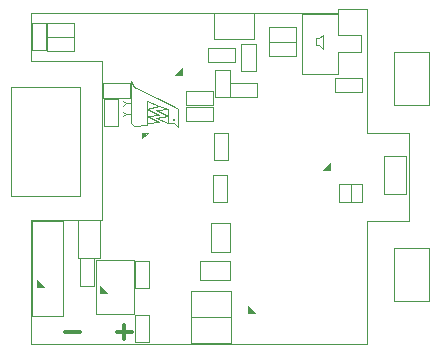
<source format=gbr>
%FSLAX34Y34*%
%MOMM*%
%LNCOPPER_BOTTOM*%
G71*
G01*
%ADD10C, 0.10*%
%ADD11C, 0.30*%
%LPD*%
G54D10*
X324000Y804000D02*
X342000Y804000D01*
X342000Y772000D01*
X324000Y772000D01*
X324000Y804000D01*
G36*
X278000Y792000D02*
X278000Y798000D01*
X272000Y792000D01*
X278000Y792000D01*
G37*
G54D10*
X278000Y792000D02*
X278000Y798000D01*
X272000Y792000D01*
X278000Y792000D01*
G54D10*
X295500Y780500D02*
X295500Y765500D01*
X285500Y765500D01*
X285500Y780500D01*
X295500Y780500D01*
G54D10*
X305500Y780500D02*
X305500Y765500D01*
X295500Y765500D01*
X295500Y780500D01*
X305500Y780500D01*
G54D11*
X104000Y661000D02*
X104000Y649000D01*
X104000Y655000D01*
X110000Y655000D01*
X98000Y655000D01*
G54D11*
X54000Y655000D02*
X66000Y655000D01*
G36*
X30000Y693000D02*
X36000Y693000D01*
X30000Y699000D01*
X30000Y693000D01*
G37*
G54D10*
X30000Y693000D02*
X36000Y693000D01*
X30000Y699000D01*
X30000Y693000D01*
G36*
X83000Y688000D02*
X83000Y694000D01*
X89000Y688000D01*
X83000Y688000D01*
G37*
G54D10*
X83000Y688000D02*
X83000Y694000D01*
X89000Y688000D01*
X83000Y688000D01*
G54D10*
X124500Y669500D02*
X124500Y646500D01*
X112500Y646500D01*
X112500Y669500D01*
X124500Y669500D01*
G54D10*
X78500Y717500D02*
X78500Y694500D01*
X66500Y694500D01*
X66500Y717500D01*
X78500Y717500D01*
G36*
X119000Y824000D02*
X119000Y819000D01*
X124000Y824000D01*
X119000Y824000D01*
G37*
G54D10*
X119000Y824000D02*
X119000Y819000D01*
X124000Y824000D01*
X119000Y824000D01*
G54D10*
X65000Y750000D02*
X83000Y750000D01*
X83000Y718000D01*
X65000Y718000D01*
X65000Y750000D01*
G54D10*
X193500Y747500D02*
X193500Y722500D01*
X177500Y722500D01*
X177500Y747500D01*
X193500Y747500D01*
G54D10*
X168000Y715000D02*
X193000Y715000D01*
X193000Y699000D01*
X168000Y699000D01*
X168000Y715000D01*
G54D10*
X190595Y788000D02*
X190595Y765000D01*
X178595Y765000D01*
X178595Y788000D01*
X190595Y788000D01*
G54D10*
X198000Y884000D02*
X175000Y884000D01*
X175000Y896000D01*
X198000Y896000D01*
X198000Y884000D01*
G36*
X153000Y873000D02*
X153000Y879000D01*
X147000Y873000D01*
X153000Y873000D01*
G37*
G54D10*
X153000Y873000D02*
X153000Y879000D01*
X147000Y873000D01*
X153000Y873000D01*
G54D10*
X180000Y925000D02*
X214000Y925000D01*
X214000Y903000D01*
X180000Y903000D01*
X180000Y925000D01*
G54D10*
X61000Y905000D02*
X38000Y905000D01*
X38000Y917000D01*
X61000Y917000D01*
X61000Y905000D01*
G54D10*
X61000Y893000D02*
X38000Y893000D01*
X38000Y905000D01*
X61000Y905000D01*
X61000Y893000D01*
G54D10*
X37500Y916500D02*
X37500Y893500D01*
X25500Y893500D01*
X25500Y916500D01*
X37500Y916500D01*
G54D10*
X124500Y715500D02*
X124500Y692500D01*
X112500Y692500D01*
X112500Y715500D01*
X124500Y715500D01*
G54D10*
X191500Y823500D02*
X191500Y800500D01*
X179500Y800500D01*
X179500Y823500D01*
X191500Y823500D01*
G54D10*
X98437Y852158D02*
X98437Y829158D01*
X86437Y829158D01*
X86437Y852158D01*
X98437Y852158D01*
G54D10*
X108938Y853658D02*
X85938Y853658D01*
X85938Y865658D01*
X108938Y865658D01*
X108938Y853658D01*
G54D10*
X249000Y901000D02*
X226000Y901000D01*
X226000Y913000D01*
X249000Y913000D01*
X249000Y901000D01*
G54D10*
X181000Y854000D02*
X181000Y877000D01*
X193000Y877000D01*
X193000Y854000D01*
X181000Y854000D01*
G54D10*
X193000Y866000D02*
X216000Y866000D01*
X216000Y854000D01*
X193000Y854000D01*
X193000Y866000D01*
G54D10*
X305000Y858000D02*
X282000Y858000D01*
X282000Y870000D01*
X305000Y870000D01*
X305000Y858000D01*
G54D10*
X160000Y690000D02*
X194000Y690000D01*
X194000Y668000D01*
X160000Y668000D01*
X160000Y690000D01*
G54D10*
X160000Y668000D02*
X194000Y668000D01*
X194000Y646000D01*
X160000Y646000D01*
X160000Y668000D01*
G36*
X208502Y671385D02*
X214502Y671385D01*
X208502Y677385D01*
X208502Y671385D01*
G37*
G54D10*
X208502Y671385D02*
X214502Y671385D01*
X208502Y677385D01*
X208502Y671385D01*
G54D10*
X122942Y830700D02*
X122942Y850700D01*
X132942Y846700D01*
X140942Y843700D01*
X140942Y831700D01*
G54D10*
X132942Y846700D02*
X122942Y843700D01*
X132942Y838700D01*
X122942Y837700D01*
X132942Y832700D01*
X122942Y831700D01*
G54D10*
X140942Y837700D02*
X130942Y842700D01*
X140942Y843700D01*
G54D10*
X140942Y831700D02*
X130942Y836700D01*
X140942Y837700D01*
G54D10*
G75*
G01X145942Y833700D02*
G03X145942Y833700I0J1000D01*
G01*
G54D10*
X140942Y831700D02*
X145942Y831700D01*
X148942Y828700D01*
X148942Y843700D01*
X146942Y845700D01*
X132942Y852700D01*
X111942Y862700D01*
G54D10*
X109942Y867700D02*
X109942Y831700D01*
X111942Y829700D01*
X122942Y830700D01*
G54D10*
X109942Y867700D02*
X111942Y862700D01*
G54D10*
X109942Y839700D02*
X104942Y839700D01*
X102942Y841700D01*
X104942Y839700D01*
X102942Y837700D01*
G54D10*
X109942Y848700D02*
X104942Y848700D01*
X102942Y846700D01*
X104942Y848700D01*
X102942Y850700D01*
G54D10*
X66000Y863000D02*
X8000Y863000D01*
X8000Y770000D01*
X66000Y770000D01*
X66000Y863000D01*
G54D10*
X52000Y749000D02*
X52000Y669000D01*
X26000Y669000D01*
X26000Y749000D01*
X52000Y749000D01*
G54D10*
X80000Y670000D02*
X80000Y716000D01*
X112000Y716000D01*
X112000Y670000D01*
X80000Y670000D01*
G54D10*
X332000Y892000D02*
X362000Y892000D01*
X362000Y847000D01*
X332000Y847000D01*
X332000Y892000D01*
G54D10*
X332000Y726000D02*
X362000Y726000D01*
X362000Y681000D01*
X332000Y681000D01*
X332000Y726000D01*
G54D10*
X25000Y925000D02*
X285000Y925000D01*
X285000Y929000D01*
X309000Y929000D01*
X309000Y824000D01*
X345000Y824000D01*
X345000Y749000D01*
X309000Y749000D01*
X309000Y645000D01*
X25000Y645000D01*
X25000Y750000D01*
X85000Y750000D01*
X85000Y885000D01*
X25000Y885000D01*
X25000Y925000D01*
G54D10*
X285000Y924000D02*
X254000Y924000D01*
X254000Y874000D01*
X285000Y874000D01*
X285000Y892000D01*
X304000Y892000D01*
X304000Y907000D01*
X285000Y907000D01*
X285000Y924000D01*
G54D10*
X266000Y904000D02*
X266000Y898000D01*
X269000Y898000D01*
X272000Y895000D01*
X272000Y907000D01*
X269000Y904000D01*
X266000Y904000D01*
G54D10*
X203000Y876000D02*
X203000Y899000D01*
X215000Y899000D01*
X215000Y876000D01*
X203000Y876000D01*
G54D10*
X226000Y901000D02*
X249000Y901000D01*
X249000Y889000D01*
X226000Y889000D01*
X226000Y901000D01*
G54D10*
X156000Y846000D02*
X179000Y846000D01*
X179000Y834000D01*
X156000Y834000D01*
X156000Y846000D01*
G54D10*
X156000Y859000D02*
X179000Y859000D01*
X179000Y847000D01*
X156000Y847000D01*
X156000Y859000D01*
M02*

</source>
